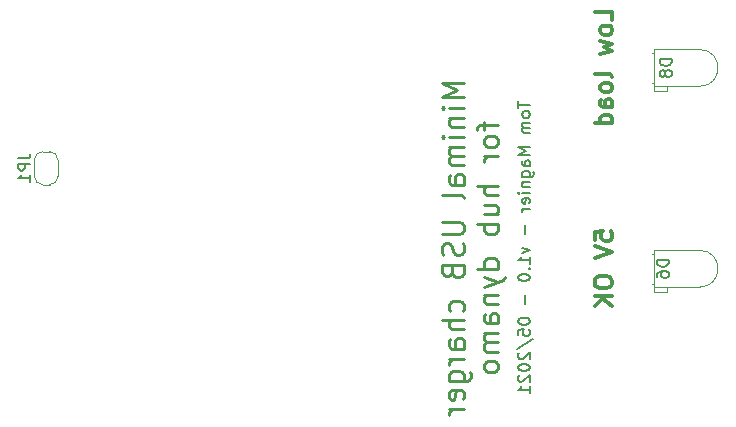
<source format=gbo>
G04 #@! TF.GenerationSoftware,KiCad,Pcbnew,5.1.10*
G04 #@! TF.CreationDate,2021-05-08T14:59:39+02:00*
G04 #@! TF.ProjectId,Dynamo_minimal_USB_charger,44796e61-6d6f-45f6-9d69-6e696d616c5f,1.0*
G04 #@! TF.SameCoordinates,PX5f5e100PY7bfa480*
G04 #@! TF.FileFunction,Legend,Bot*
G04 #@! TF.FilePolarity,Positive*
%FSLAX46Y46*%
G04 Gerber Fmt 4.6, Leading zero omitted, Abs format (unit mm)*
G04 Created by KiCad (PCBNEW 5.1.10) date 2021-05-08 14:59:39*
%MOMM*%
%LPD*%
G01*
G04 APERTURE LIST*
%ADD10C,0.150000*%
%ADD11C,0.250000*%
%ADD12C,0.300000*%
%ADD13C,0.120000*%
%ADD14C,1.600000*%
%ADD15C,1.800000*%
%ADD16R,1.800000X1.800000*%
%ADD17C,2.000000*%
%ADD18C,2.300000*%
%ADD19O,2.600000X2.600000*%
%ADD20R,2.600000X2.600000*%
%ADD21C,3.200000*%
%ADD22O,1.600000X1.600000*%
%ADD23C,0.100000*%
%ADD24R,1.500000X1.600000*%
%ADD25C,3.000000*%
%ADD26C,2.600000*%
%ADD27R,1.600000X1.600000*%
%ADD28O,2.200000X2.200000*%
%ADD29R,2.200000X2.200000*%
%ADD30C,1.200000*%
%ADD31R,1.200000X1.200000*%
%ADD32C,2.400000*%
%ADD33R,2.400000X2.400000*%
G04 APERTURE END LIST*
D10*
X49452380Y27904762D02*
X49452380Y27333334D01*
X50452380Y27619048D02*
X49452380Y27619048D01*
X50452380Y26857143D02*
X50404761Y26952381D01*
X50357142Y27000000D01*
X50261904Y27047620D01*
X49976190Y27047620D01*
X49880952Y27000000D01*
X49833333Y26952381D01*
X49785714Y26857143D01*
X49785714Y26714286D01*
X49833333Y26619048D01*
X49880952Y26571429D01*
X49976190Y26523810D01*
X50261904Y26523810D01*
X50357142Y26571429D01*
X50404761Y26619048D01*
X50452380Y26714286D01*
X50452380Y26857143D01*
X50452380Y26095239D02*
X49785714Y26095239D01*
X49880952Y26095239D02*
X49833333Y26047620D01*
X49785714Y25952381D01*
X49785714Y25809524D01*
X49833333Y25714286D01*
X49928571Y25666667D01*
X50452380Y25666667D01*
X49928571Y25666667D02*
X49833333Y25619048D01*
X49785714Y25523810D01*
X49785714Y25380953D01*
X49833333Y25285715D01*
X49928571Y25238096D01*
X50452380Y25238096D01*
X50452380Y24000000D02*
X49452380Y24000000D01*
X50166666Y23666667D01*
X49452380Y23333334D01*
X50452380Y23333334D01*
X50452380Y22428572D02*
X49928571Y22428572D01*
X49833333Y22476191D01*
X49785714Y22571429D01*
X49785714Y22761905D01*
X49833333Y22857143D01*
X50404761Y22428572D02*
X50452380Y22523810D01*
X50452380Y22761905D01*
X50404761Y22857143D01*
X50309523Y22904762D01*
X50214285Y22904762D01*
X50119047Y22857143D01*
X50071428Y22761905D01*
X50071428Y22523810D01*
X50023809Y22428572D01*
X49785714Y21523810D02*
X50595238Y21523810D01*
X50690476Y21571429D01*
X50738095Y21619048D01*
X50785714Y21714286D01*
X50785714Y21857143D01*
X50738095Y21952381D01*
X50404761Y21523810D02*
X50452380Y21619048D01*
X50452380Y21809524D01*
X50404761Y21904762D01*
X50357142Y21952381D01*
X50261904Y22000000D01*
X49976190Y22000000D01*
X49880952Y21952381D01*
X49833333Y21904762D01*
X49785714Y21809524D01*
X49785714Y21619048D01*
X49833333Y21523810D01*
X49785714Y21047620D02*
X50452380Y21047620D01*
X49880952Y21047620D02*
X49833333Y21000000D01*
X49785714Y20904762D01*
X49785714Y20761905D01*
X49833333Y20666667D01*
X49928571Y20619048D01*
X50452380Y20619048D01*
X50452380Y20142858D02*
X49785714Y20142858D01*
X49452380Y20142858D02*
X49500000Y20190477D01*
X49547619Y20142858D01*
X49500000Y20095239D01*
X49452380Y20142858D01*
X49547619Y20142858D01*
X50404761Y19285715D02*
X50452380Y19380953D01*
X50452380Y19571429D01*
X50404761Y19666667D01*
X50309523Y19714286D01*
X49928571Y19714286D01*
X49833333Y19666667D01*
X49785714Y19571429D01*
X49785714Y19380953D01*
X49833333Y19285715D01*
X49928571Y19238096D01*
X50023809Y19238096D01*
X50119047Y19714286D01*
X50452380Y18809524D02*
X49785714Y18809524D01*
X49976190Y18809524D02*
X49880952Y18761905D01*
X49833333Y18714286D01*
X49785714Y18619048D01*
X49785714Y18523810D01*
X50071428Y17428572D02*
X50071428Y16666667D01*
X49785714Y15523810D02*
X50452380Y15285715D01*
X49785714Y15047620D01*
X50452380Y14142858D02*
X50452380Y14714286D01*
X50452380Y14428572D02*
X49452380Y14428572D01*
X49595238Y14523810D01*
X49690476Y14619048D01*
X49738095Y14714286D01*
X50357142Y13714286D02*
X50404761Y13666667D01*
X50452380Y13714286D01*
X50404761Y13761905D01*
X50357142Y13714286D01*
X50452380Y13714286D01*
X49452380Y13047620D02*
X49452380Y12952381D01*
X49500000Y12857143D01*
X49547619Y12809524D01*
X49642857Y12761905D01*
X49833333Y12714286D01*
X50071428Y12714286D01*
X50261904Y12761905D01*
X50357142Y12809524D01*
X50404761Y12857143D01*
X50452380Y12952381D01*
X50452380Y13047620D01*
X50404761Y13142858D01*
X50357142Y13190477D01*
X50261904Y13238096D01*
X50071428Y13285715D01*
X49833333Y13285715D01*
X49642857Y13238096D01*
X49547619Y13190477D01*
X49500000Y13142858D01*
X49452380Y13047620D01*
X50071428Y11523810D02*
X50071428Y10761905D01*
X49452380Y9333334D02*
X49452380Y9238096D01*
X49500000Y9142858D01*
X49547619Y9095239D01*
X49642857Y9047620D01*
X49833333Y9000001D01*
X50071428Y9000001D01*
X50261904Y9047620D01*
X50357142Y9095239D01*
X50404761Y9142858D01*
X50452380Y9238096D01*
X50452380Y9333334D01*
X50404761Y9428572D01*
X50357142Y9476191D01*
X50261904Y9523810D01*
X50071428Y9571429D01*
X49833333Y9571429D01*
X49642857Y9523810D01*
X49547619Y9476191D01*
X49500000Y9428572D01*
X49452380Y9333334D01*
X49452380Y8095239D02*
X49452380Y8571429D01*
X49928571Y8619048D01*
X49880952Y8571429D01*
X49833333Y8476191D01*
X49833333Y8238096D01*
X49880952Y8142858D01*
X49928571Y8095239D01*
X50023809Y8047620D01*
X50261904Y8047620D01*
X50357142Y8095239D01*
X50404761Y8142858D01*
X50452380Y8238096D01*
X50452380Y8476191D01*
X50404761Y8571429D01*
X50357142Y8619048D01*
X49404761Y6904762D02*
X50690476Y7761905D01*
X49547619Y6619048D02*
X49500000Y6571429D01*
X49452380Y6476191D01*
X49452380Y6238096D01*
X49500000Y6142858D01*
X49547619Y6095239D01*
X49642857Y6047620D01*
X49738095Y6047620D01*
X49880952Y6095239D01*
X50452380Y6666667D01*
X50452380Y6047620D01*
X49452380Y5428572D02*
X49452380Y5333334D01*
X49500000Y5238096D01*
X49547619Y5190477D01*
X49642857Y5142858D01*
X49833333Y5095239D01*
X50071428Y5095239D01*
X50261904Y5142858D01*
X50357142Y5190477D01*
X50404761Y5238096D01*
X50452380Y5333334D01*
X50452380Y5428572D01*
X50404761Y5523810D01*
X50357142Y5571429D01*
X50261904Y5619048D01*
X50071428Y5666667D01*
X49833333Y5666667D01*
X49642857Y5619048D01*
X49547619Y5571429D01*
X49500000Y5523810D01*
X49452380Y5428572D01*
X49547619Y4714286D02*
X49500000Y4666667D01*
X49452380Y4571429D01*
X49452380Y4333334D01*
X49500000Y4238096D01*
X49547619Y4190477D01*
X49642857Y4142858D01*
X49738095Y4142858D01*
X49880952Y4190477D01*
X50452380Y4761905D01*
X50452380Y4142858D01*
X50452380Y3190477D02*
X50452380Y3761905D01*
X50452380Y3476191D02*
X49452380Y3476191D01*
X49595238Y3571429D01*
X49690476Y3666667D01*
X49738095Y3761905D01*
D11*
X44839285Y29428572D02*
X43039285Y29428572D01*
X44325000Y28828572D01*
X43039285Y28228572D01*
X44839285Y28228572D01*
X44839285Y27371429D02*
X43639285Y27371429D01*
X43039285Y27371429D02*
X43125000Y27457143D01*
X43210714Y27371429D01*
X43125000Y27285715D01*
X43039285Y27371429D01*
X43210714Y27371429D01*
X43639285Y26514286D02*
X44839285Y26514286D01*
X43810714Y26514286D02*
X43725000Y26428572D01*
X43639285Y26257143D01*
X43639285Y26000000D01*
X43725000Y25828572D01*
X43896428Y25742858D01*
X44839285Y25742858D01*
X44839285Y24885715D02*
X43639285Y24885715D01*
X43039285Y24885715D02*
X43125000Y24971429D01*
X43210714Y24885715D01*
X43125000Y24800000D01*
X43039285Y24885715D01*
X43210714Y24885715D01*
X44839285Y24028572D02*
X43639285Y24028572D01*
X43810714Y24028572D02*
X43725000Y23942858D01*
X43639285Y23771429D01*
X43639285Y23514286D01*
X43725000Y23342858D01*
X43896428Y23257143D01*
X44839285Y23257143D01*
X43896428Y23257143D02*
X43725000Y23171429D01*
X43639285Y23000000D01*
X43639285Y22742858D01*
X43725000Y22571429D01*
X43896428Y22485715D01*
X44839285Y22485715D01*
X44839285Y20857143D02*
X43896428Y20857143D01*
X43725000Y20942858D01*
X43639285Y21114286D01*
X43639285Y21457143D01*
X43725000Y21628572D01*
X44753571Y20857143D02*
X44839285Y21028572D01*
X44839285Y21457143D01*
X44753571Y21628572D01*
X44582142Y21714286D01*
X44410714Y21714286D01*
X44239285Y21628572D01*
X44153571Y21457143D01*
X44153571Y21028572D01*
X44067857Y20857143D01*
X44839285Y19742858D02*
X44753571Y19914286D01*
X44582142Y20000000D01*
X43039285Y20000000D01*
X43039285Y17685715D02*
X44496428Y17685715D01*
X44667857Y17600000D01*
X44753571Y17514286D01*
X44839285Y17342858D01*
X44839285Y17000000D01*
X44753571Y16828572D01*
X44667857Y16742858D01*
X44496428Y16657143D01*
X43039285Y16657143D01*
X44753571Y15885715D02*
X44839285Y15628572D01*
X44839285Y15200000D01*
X44753571Y15028572D01*
X44667857Y14942858D01*
X44496428Y14857143D01*
X44325000Y14857143D01*
X44153571Y14942858D01*
X44067857Y15028572D01*
X43982142Y15200000D01*
X43896428Y15542858D01*
X43810714Y15714286D01*
X43725000Y15800000D01*
X43553571Y15885715D01*
X43382142Y15885715D01*
X43210714Y15800000D01*
X43125000Y15714286D01*
X43039285Y15542858D01*
X43039285Y15114286D01*
X43125000Y14857143D01*
X43896428Y13485715D02*
X43982142Y13228572D01*
X44067857Y13142858D01*
X44239285Y13057143D01*
X44496428Y13057143D01*
X44667857Y13142858D01*
X44753571Y13228572D01*
X44839285Y13400000D01*
X44839285Y14085715D01*
X43039285Y14085715D01*
X43039285Y13485715D01*
X43125000Y13314286D01*
X43210714Y13228572D01*
X43382142Y13142858D01*
X43553571Y13142858D01*
X43725000Y13228572D01*
X43810714Y13314286D01*
X43896428Y13485715D01*
X43896428Y14085715D01*
X44753571Y10142858D02*
X44839285Y10314286D01*
X44839285Y10657143D01*
X44753571Y10828572D01*
X44667857Y10914286D01*
X44496428Y11000000D01*
X43982142Y11000000D01*
X43810714Y10914286D01*
X43725000Y10828572D01*
X43639285Y10657143D01*
X43639285Y10314286D01*
X43725000Y10142858D01*
X44839285Y9371429D02*
X43039285Y9371429D01*
X44839285Y8600000D02*
X43896428Y8600000D01*
X43725000Y8685715D01*
X43639285Y8857143D01*
X43639285Y9114286D01*
X43725000Y9285715D01*
X43810714Y9371429D01*
X44839285Y6971429D02*
X43896428Y6971429D01*
X43725000Y7057143D01*
X43639285Y7228572D01*
X43639285Y7571429D01*
X43725000Y7742858D01*
X44753571Y6971429D02*
X44839285Y7142858D01*
X44839285Y7571429D01*
X44753571Y7742858D01*
X44582142Y7828572D01*
X44410714Y7828572D01*
X44239285Y7742858D01*
X44153571Y7571429D01*
X44153571Y7142858D01*
X44067857Y6971429D01*
X44839285Y6114286D02*
X43639285Y6114286D01*
X43982142Y6114286D02*
X43810714Y6028572D01*
X43725000Y5942858D01*
X43639285Y5771429D01*
X43639285Y5600000D01*
X43639285Y4228572D02*
X45096428Y4228572D01*
X45267857Y4314286D01*
X45353571Y4400000D01*
X45439285Y4571429D01*
X45439285Y4828572D01*
X45353571Y5000000D01*
X44753571Y4228572D02*
X44839285Y4400000D01*
X44839285Y4742858D01*
X44753571Y4914286D01*
X44667857Y5000000D01*
X44496428Y5085715D01*
X43982142Y5085715D01*
X43810714Y5000000D01*
X43725000Y4914286D01*
X43639285Y4742858D01*
X43639285Y4400000D01*
X43725000Y4228572D01*
X44753571Y2685715D02*
X44839285Y2857143D01*
X44839285Y3200000D01*
X44753571Y3371429D01*
X44582142Y3457143D01*
X43896428Y3457143D01*
X43725000Y3371429D01*
X43639285Y3200000D01*
X43639285Y2857143D01*
X43725000Y2685715D01*
X43896428Y2600000D01*
X44067857Y2600000D01*
X44239285Y3457143D01*
X44839285Y1828572D02*
X43639285Y1828572D01*
X43982142Y1828572D02*
X43810714Y1742858D01*
X43725000Y1657143D01*
X43639285Y1485715D01*
X43639285Y1314286D01*
X46589285Y26171429D02*
X46589285Y25485715D01*
X47789285Y25914286D02*
X46246428Y25914286D01*
X46075000Y25828572D01*
X45989285Y25657143D01*
X45989285Y25485715D01*
X47789285Y24628572D02*
X47703571Y24800000D01*
X47617857Y24885715D01*
X47446428Y24971429D01*
X46932142Y24971429D01*
X46760714Y24885715D01*
X46675000Y24800000D01*
X46589285Y24628572D01*
X46589285Y24371429D01*
X46675000Y24200000D01*
X46760714Y24114286D01*
X46932142Y24028572D01*
X47446428Y24028572D01*
X47617857Y24114286D01*
X47703571Y24200000D01*
X47789285Y24371429D01*
X47789285Y24628572D01*
X47789285Y23257143D02*
X46589285Y23257143D01*
X46932142Y23257143D02*
X46760714Y23171429D01*
X46675000Y23085715D01*
X46589285Y22914286D01*
X46589285Y22742858D01*
X47789285Y20771429D02*
X45989285Y20771429D01*
X47789285Y20000000D02*
X46846428Y20000000D01*
X46675000Y20085715D01*
X46589285Y20257143D01*
X46589285Y20514286D01*
X46675000Y20685715D01*
X46760714Y20771429D01*
X46589285Y18371429D02*
X47789285Y18371429D01*
X46589285Y19142858D02*
X47532142Y19142858D01*
X47703571Y19057143D01*
X47789285Y18885715D01*
X47789285Y18628572D01*
X47703571Y18457143D01*
X47617857Y18371429D01*
X47789285Y17514286D02*
X45989285Y17514286D01*
X46675000Y17514286D02*
X46589285Y17342858D01*
X46589285Y17000000D01*
X46675000Y16828572D01*
X46760714Y16742858D01*
X46932142Y16657143D01*
X47446428Y16657143D01*
X47617857Y16742858D01*
X47703571Y16828572D01*
X47789285Y17000000D01*
X47789285Y17342858D01*
X47703571Y17514286D01*
X47789285Y13742858D02*
X45989285Y13742858D01*
X47703571Y13742858D02*
X47789285Y13914286D01*
X47789285Y14257143D01*
X47703571Y14428572D01*
X47617857Y14514286D01*
X47446428Y14600000D01*
X46932142Y14600000D01*
X46760714Y14514286D01*
X46675000Y14428572D01*
X46589285Y14257143D01*
X46589285Y13914286D01*
X46675000Y13742858D01*
X46589285Y13057143D02*
X47789285Y12628572D01*
X46589285Y12200000D02*
X47789285Y12628572D01*
X48217857Y12800000D01*
X48303571Y12885715D01*
X48389285Y13057143D01*
X46589285Y11514286D02*
X47789285Y11514286D01*
X46760714Y11514286D02*
X46675000Y11428572D01*
X46589285Y11257143D01*
X46589285Y11000000D01*
X46675000Y10828572D01*
X46846428Y10742858D01*
X47789285Y10742858D01*
X47789285Y9114286D02*
X46846428Y9114286D01*
X46675000Y9200000D01*
X46589285Y9371429D01*
X46589285Y9714286D01*
X46675000Y9885715D01*
X47703571Y9114286D02*
X47789285Y9285715D01*
X47789285Y9714286D01*
X47703571Y9885715D01*
X47532142Y9971429D01*
X47360714Y9971429D01*
X47189285Y9885715D01*
X47103571Y9714286D01*
X47103571Y9285715D01*
X47017857Y9114286D01*
X47789285Y8257143D02*
X46589285Y8257143D01*
X46760714Y8257143D02*
X46675000Y8171429D01*
X46589285Y8000000D01*
X46589285Y7742858D01*
X46675000Y7571429D01*
X46846428Y7485715D01*
X47789285Y7485715D01*
X46846428Y7485715D02*
X46675000Y7400000D01*
X46589285Y7228572D01*
X46589285Y6971429D01*
X46675000Y6800000D01*
X46846428Y6714286D01*
X47789285Y6714286D01*
X47789285Y5600000D02*
X47703571Y5771429D01*
X47617857Y5857143D01*
X47446428Y5942858D01*
X46932142Y5942858D01*
X46760714Y5857143D01*
X46675000Y5771429D01*
X46589285Y5600000D01*
X46589285Y5342858D01*
X46675000Y5171429D01*
X46760714Y5085715D01*
X46932142Y5000000D01*
X47446428Y5000000D01*
X47617857Y5085715D01*
X47703571Y5171429D01*
X47789285Y5342858D01*
X47789285Y5600000D01*
D12*
X57428571Y34750000D02*
X57428571Y35464286D01*
X55928571Y35464286D01*
X57428571Y34035715D02*
X57357142Y34178572D01*
X57285714Y34250000D01*
X57142857Y34321429D01*
X56714285Y34321429D01*
X56571428Y34250000D01*
X56500000Y34178572D01*
X56428571Y34035715D01*
X56428571Y33821429D01*
X56500000Y33678572D01*
X56571428Y33607143D01*
X56714285Y33535715D01*
X57142857Y33535715D01*
X57285714Y33607143D01*
X57357142Y33678572D01*
X57428571Y33821429D01*
X57428571Y34035715D01*
X56428571Y33035715D02*
X57428571Y32750000D01*
X56714285Y32464286D01*
X57428571Y32178572D01*
X56428571Y31892858D01*
X57428571Y29964286D02*
X57357142Y30107143D01*
X57214285Y30178572D01*
X55928571Y30178572D01*
X57428571Y29178572D02*
X57357142Y29321429D01*
X57285714Y29392858D01*
X57142857Y29464286D01*
X56714285Y29464286D01*
X56571428Y29392858D01*
X56500000Y29321429D01*
X56428571Y29178572D01*
X56428571Y28964286D01*
X56500000Y28821429D01*
X56571428Y28750000D01*
X56714285Y28678572D01*
X57142857Y28678572D01*
X57285714Y28750000D01*
X57357142Y28821429D01*
X57428571Y28964286D01*
X57428571Y29178572D01*
X57428571Y27392858D02*
X56642857Y27392858D01*
X56500000Y27464286D01*
X56428571Y27607143D01*
X56428571Y27892858D01*
X56500000Y28035715D01*
X57357142Y27392858D02*
X57428571Y27535715D01*
X57428571Y27892858D01*
X57357142Y28035715D01*
X57214285Y28107143D01*
X57071428Y28107143D01*
X56928571Y28035715D01*
X56857142Y27892858D01*
X56857142Y27535715D01*
X56785714Y27392858D01*
X57428571Y26035715D02*
X55928571Y26035715D01*
X57357142Y26035715D02*
X57428571Y26178572D01*
X57428571Y26464286D01*
X57357142Y26607143D01*
X57285714Y26678572D01*
X57142857Y26750000D01*
X56714285Y26750000D01*
X56571428Y26678572D01*
X56500000Y26607143D01*
X56428571Y26464286D01*
X56428571Y26178572D01*
X56500000Y26035715D01*
X55928571Y16142858D02*
X55928571Y16857143D01*
X56642857Y16928572D01*
X56571428Y16857143D01*
X56500000Y16714286D01*
X56500000Y16357143D01*
X56571428Y16214286D01*
X56642857Y16142858D01*
X56785714Y16071429D01*
X57142857Y16071429D01*
X57285714Y16142858D01*
X57357142Y16214286D01*
X57428571Y16357143D01*
X57428571Y16714286D01*
X57357142Y16857143D01*
X57285714Y16928572D01*
X55928571Y15642858D02*
X57428571Y15142858D01*
X55928571Y14642858D01*
X55928571Y12714286D02*
X55928571Y12428572D01*
X56000000Y12285715D01*
X56142857Y12142858D01*
X56428571Y12071429D01*
X56928571Y12071429D01*
X57214285Y12142858D01*
X57357142Y12285715D01*
X57428571Y12428572D01*
X57428571Y12714286D01*
X57357142Y12857143D01*
X57214285Y13000000D01*
X56928571Y13071429D01*
X56428571Y13071429D01*
X56142857Y13000000D01*
X56000000Y12857143D01*
X55928571Y12714286D01*
X57428571Y11428572D02*
X55928571Y11428572D01*
X57428571Y10571429D02*
X56571428Y11214286D01*
X55928571Y10571429D02*
X56785714Y11428572D01*
D13*
G04 #@! TO.C,D8*
X60830000Y29460000D02*
X60830000Y29460000D01*
X60960000Y29460000D02*
X60830000Y29460000D01*
X60960000Y29460000D02*
X60960000Y29460000D01*
X60830000Y29460000D02*
X60960000Y29460000D01*
X60830000Y32000000D02*
X60830000Y32000000D01*
X60960000Y32000000D02*
X60830000Y32000000D01*
X60960000Y32000000D02*
X60960000Y32000000D01*
X60830000Y32000000D02*
X60960000Y32000000D01*
X60960000Y29170000D02*
X60960000Y28770000D01*
X62080000Y29170000D02*
X60960000Y29170000D01*
X62080000Y28770000D02*
X62080000Y29170000D01*
X60960000Y28770000D02*
X62080000Y28770000D01*
X60960000Y32290000D02*
X60960000Y29170000D01*
X60960000Y29170000D02*
X64820000Y29170000D01*
X60960000Y32290000D02*
X64820000Y32290000D01*
X64820000Y29170000D02*
G75*
G03*
X64820000Y32290000I0J1560000D01*
G01*
G04 #@! TO.C,D6*
X60830000Y12460000D02*
X60830000Y12460000D01*
X60960000Y12460000D02*
X60830000Y12460000D01*
X60960000Y12460000D02*
X60960000Y12460000D01*
X60830000Y12460000D02*
X60960000Y12460000D01*
X60830000Y15000000D02*
X60830000Y15000000D01*
X60960000Y15000000D02*
X60830000Y15000000D01*
X60960000Y15000000D02*
X60960000Y15000000D01*
X60830000Y15000000D02*
X60960000Y15000000D01*
X60960000Y12170000D02*
X60960000Y11770000D01*
X62080000Y12170000D02*
X60960000Y12170000D01*
X62080000Y11770000D02*
X62080000Y12170000D01*
X60960000Y11770000D02*
X62080000Y11770000D01*
X60960000Y15290000D02*
X60960000Y12170000D01*
X60960000Y12170000D02*
X64820000Y12170000D01*
X60960000Y15290000D02*
X64820000Y15290000D01*
X64820000Y12170000D02*
G75*
G03*
X64820000Y15290000I0J1560000D01*
G01*
G04 #@! TO.C,JP1*
X8500000Y22950000D02*
X8500000Y21550000D01*
X9200000Y20850000D02*
X9800000Y20850000D01*
X10500000Y21550000D02*
X10500000Y22950000D01*
X9800000Y23650000D02*
X9200000Y23650000D01*
X9200000Y23650000D02*
G75*
G03*
X8500000Y22950000I0J-700000D01*
G01*
X10500000Y22950000D02*
G75*
G03*
X9800000Y23650000I-700000J0D01*
G01*
X9800000Y20850000D02*
G75*
G03*
X10500000Y21550000I0J700000D01*
G01*
X8500000Y21550000D02*
G75*
G03*
X9200000Y20850000I700000J0D01*
G01*
G04 #@! TO.C,D8*
D10*
X62452380Y31488096D02*
X61452380Y31488096D01*
X61452380Y31250000D01*
X61500000Y31107143D01*
X61595238Y31011905D01*
X61690476Y30964286D01*
X61880952Y30916667D01*
X62023809Y30916667D01*
X62214285Y30964286D01*
X62309523Y31011905D01*
X62404761Y31107143D01*
X62452380Y31250000D01*
X62452380Y31488096D01*
X61880952Y30345239D02*
X61833333Y30440477D01*
X61785714Y30488096D01*
X61690476Y30535715D01*
X61642857Y30535715D01*
X61547619Y30488096D01*
X61500000Y30440477D01*
X61452380Y30345239D01*
X61452380Y30154762D01*
X61500000Y30059524D01*
X61547619Y30011905D01*
X61642857Y29964286D01*
X61690476Y29964286D01*
X61785714Y30011905D01*
X61833333Y30059524D01*
X61880952Y30154762D01*
X61880952Y30345239D01*
X61928571Y30440477D01*
X61976190Y30488096D01*
X62071428Y30535715D01*
X62261904Y30535715D01*
X62357142Y30488096D01*
X62404761Y30440477D01*
X62452380Y30345239D01*
X62452380Y30154762D01*
X62404761Y30059524D01*
X62357142Y30011905D01*
X62261904Y29964286D01*
X62071428Y29964286D01*
X61976190Y30011905D01*
X61928571Y30059524D01*
X61880952Y30154762D01*
G04 #@! TO.C,D6*
X62202380Y14488096D02*
X61202380Y14488096D01*
X61202380Y14250000D01*
X61250000Y14107143D01*
X61345238Y14011905D01*
X61440476Y13964286D01*
X61630952Y13916667D01*
X61773809Y13916667D01*
X61964285Y13964286D01*
X62059523Y14011905D01*
X62154761Y14107143D01*
X62202380Y14250000D01*
X62202380Y14488096D01*
X61202380Y13059524D02*
X61202380Y13250000D01*
X61250000Y13345239D01*
X61297619Y13392858D01*
X61440476Y13488096D01*
X61630952Y13535715D01*
X62011904Y13535715D01*
X62107142Y13488096D01*
X62154761Y13440477D01*
X62202380Y13345239D01*
X62202380Y13154762D01*
X62154761Y13059524D01*
X62107142Y13011905D01*
X62011904Y12964286D01*
X61773809Y12964286D01*
X61678571Y13011905D01*
X61630952Y13059524D01*
X61583333Y13154762D01*
X61583333Y13345239D01*
X61630952Y13440477D01*
X61678571Y13488096D01*
X61773809Y13535715D01*
G04 #@! TO.C,JP1*
X7152380Y23083334D02*
X7866666Y23083334D01*
X8009523Y23130953D01*
X8104761Y23226191D01*
X8152380Y23369048D01*
X8152380Y23464286D01*
X8152380Y22607143D02*
X7152380Y22607143D01*
X7152380Y22226191D01*
X7200000Y22130953D01*
X7247619Y22083334D01*
X7342857Y22035715D01*
X7485714Y22035715D01*
X7580952Y22083334D01*
X7628571Y22130953D01*
X7676190Y22226191D01*
X7676190Y22607143D01*
X8152380Y21083334D02*
X8152380Y21654762D01*
X8152380Y21369048D02*
X7152380Y21369048D01*
X7295238Y21464286D01*
X7390476Y21559524D01*
X7438095Y21654762D01*
G04 #@! TD*
%LPC*%
D14*
G04 #@! TO.C,C3*
X25750000Y40250000D03*
X20750000Y40250000D03*
G04 #@! TD*
D15*
G04 #@! TO.C,D8*
X59750000Y29460000D03*
D16*
X59750000Y32000000D03*
G04 #@! TD*
D15*
G04 #@! TO.C,D6*
X59750000Y12460000D03*
D16*
X59750000Y15000000D03*
G04 #@! TD*
D17*
G04 #@! TO.C,C1*
X37500000Y15500000D03*
X37500000Y20500000D03*
G04 #@! TD*
D18*
G04 #@! TO.C,SW1*
X32250000Y8050000D03*
G36*
G01*
X33150001Y2100000D02*
X31349999Y2100000D01*
G75*
G02*
X31100000Y2349999I0J249999D01*
G01*
X31100000Y4150001D01*
G75*
G02*
X31349999Y4400000I249999J0D01*
G01*
X33150001Y4400000D01*
G75*
G02*
X33400000Y4150001I0J-249999D01*
G01*
X33400000Y2349999D01*
G75*
G02*
X33150001Y2100000I-249999J0D01*
G01*
G37*
G04 #@! TD*
D19*
G04 #@! TO.C,D5*
X60750000Y9300000D03*
D20*
X60750000Y4500000D03*
G04 #@! TD*
D21*
G04 #@! TO.C,REF\u002A\u002A*
X14500000Y9750000D03*
G04 #@! TD*
G04 #@! TO.C,REF\u002A\u002A*
X14500000Y34750000D03*
G04 #@! TD*
D22*
G04 #@! TO.C,R2*
X61620000Y36250000D03*
D14*
X54000000Y36250000D03*
G04 #@! TD*
D22*
G04 #@! TO.C,R1*
X61620000Y26500000D03*
D14*
X54000000Y26500000D03*
G04 #@! TD*
D23*
G04 #@! TO.C,JP1*
G36*
X8750000Y22400000D02*
G01*
X8750000Y22900000D01*
X8750602Y22900000D01*
X8750602Y22924534D01*
X8755412Y22973365D01*
X8764984Y23021490D01*
X8779228Y23068445D01*
X8798005Y23113778D01*
X8821136Y23157051D01*
X8848396Y23197850D01*
X8879524Y23235779D01*
X8914221Y23270476D01*
X8952150Y23301604D01*
X8992949Y23328864D01*
X9036222Y23351995D01*
X9081555Y23370772D01*
X9128510Y23385016D01*
X9176635Y23394588D01*
X9225466Y23399398D01*
X9250000Y23399398D01*
X9250000Y23400000D01*
X9750000Y23400000D01*
X9750000Y23399398D01*
X9774534Y23399398D01*
X9823365Y23394588D01*
X9871490Y23385016D01*
X9918445Y23370772D01*
X9963778Y23351995D01*
X10007051Y23328864D01*
X10047850Y23301604D01*
X10085779Y23270476D01*
X10120476Y23235779D01*
X10151604Y23197850D01*
X10178864Y23157051D01*
X10201995Y23113778D01*
X10220772Y23068445D01*
X10235016Y23021490D01*
X10244588Y22973365D01*
X10249398Y22924534D01*
X10249398Y22900000D01*
X10250000Y22900000D01*
X10250000Y22400000D01*
X8750000Y22400000D01*
G37*
G36*
X10249398Y21600000D02*
G01*
X10249398Y21575466D01*
X10244588Y21526635D01*
X10235016Y21478510D01*
X10220772Y21431555D01*
X10201995Y21386222D01*
X10178864Y21342949D01*
X10151604Y21302150D01*
X10120476Y21264221D01*
X10085779Y21229524D01*
X10047850Y21198396D01*
X10007051Y21171136D01*
X9963778Y21148005D01*
X9918445Y21129228D01*
X9871490Y21114984D01*
X9823365Y21105412D01*
X9774534Y21100602D01*
X9750000Y21100602D01*
X9750000Y21100000D01*
X9250000Y21100000D01*
X9250000Y21100602D01*
X9225466Y21100602D01*
X9176635Y21105412D01*
X9128510Y21114984D01*
X9081555Y21129228D01*
X9036222Y21148005D01*
X8992949Y21171136D01*
X8952150Y21198396D01*
X8914221Y21229524D01*
X8879524Y21264221D01*
X8848396Y21302150D01*
X8821136Y21342949D01*
X8798005Y21386222D01*
X8779228Y21431555D01*
X8764984Y21478510D01*
X8755412Y21526635D01*
X8750602Y21575466D01*
X8750602Y21600000D01*
X8750000Y21600000D01*
X8750000Y22100000D01*
X10250000Y22100000D01*
X10250000Y21600000D01*
X10249398Y21600000D01*
G37*
G04 #@! TD*
D14*
G04 #@! TO.C,J2*
X13500000Y18750000D03*
X13500000Y21250000D03*
X13500000Y23250000D03*
D24*
X13500000Y25750000D03*
D25*
X10790000Y15680000D03*
X10790000Y28820000D03*
G04 #@! TD*
D26*
G04 #@! TO.C,J1*
X23750000Y5000000D03*
D20*
X23750000Y10000000D03*
G04 #@! TD*
D22*
G04 #@! TO.C,D7*
X61620000Y39250000D03*
D27*
X54000000Y39250000D03*
G04 #@! TD*
D28*
G04 #@! TO.C,D4*
X30100000Y15080000D03*
D29*
X30100000Y22700000D03*
G04 #@! TD*
D28*
G04 #@! TO.C,D3*
X30100000Y26880000D03*
D29*
X30100000Y34500000D03*
G04 #@! TD*
D28*
G04 #@! TO.C,D2*
X33500000Y15080000D03*
D29*
X33500000Y22700000D03*
G04 #@! TD*
D28*
G04 #@! TO.C,D1*
X33500000Y26880000D03*
D29*
X33500000Y34500000D03*
G04 #@! TD*
D30*
G04 #@! TO.C,C4*
X22250000Y19500000D03*
D31*
X24250000Y19500000D03*
G04 #@! TD*
D32*
G04 #@! TO.C,C2*
X47000000Y31750000D03*
D33*
X42000000Y31750000D03*
G04 #@! TD*
M02*

</source>
